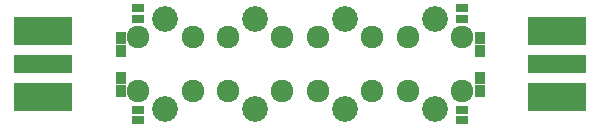
<source format=gbr>
G04 #@! TF.FileFunction,Soldermask,Top*
%FSLAX46Y46*%
G04 Gerber Fmt 4.6, Leading zero omitted, Abs format (unit mm)*
G04 Created by KiCad (PCBNEW 4.0.6) date 09/27/17 20:09:39*
%MOMM*%
%LPD*%
G01*
G04 APERTURE LIST*
%ADD10C,0.100000*%
%ADD11R,0.900000X1.000000*%
%ADD12R,4.900000X2.400000*%
%ADD13R,4.900000X1.600000*%
%ADD14C,2.178000*%
%ADD15C,1.924000*%
%ADD16R,1.000000X0.800000*%
G04 APERTURE END LIST*
D10*
D11*
X144700000Y-103850000D03*
X144700000Y-102750000D03*
X175100000Y-106150000D03*
X175100000Y-107250000D03*
X144700000Y-107250000D03*
X144700000Y-106150000D03*
X175100000Y-102750000D03*
X175100000Y-103850000D03*
D12*
X138150000Y-107770000D03*
X138150000Y-102230000D03*
X138150000Y-107770000D03*
X138150000Y-102230000D03*
D13*
X138150000Y-105000000D03*
D12*
X181650000Y-102230000D03*
X181650000Y-107770000D03*
X181650000Y-102230000D03*
X181650000Y-107770000D03*
D13*
X181650000Y-105000000D03*
D14*
X148501100Y-108803600D03*
D15*
X173601100Y-102703600D03*
X169001100Y-102703600D03*
X166001100Y-102703600D03*
X161401100Y-102703600D03*
X158401100Y-102703600D03*
X153801100Y-102703600D03*
X150801100Y-102703600D03*
X146201100Y-102703600D03*
X146201100Y-107303600D03*
X150801100Y-107303600D03*
X153801100Y-107303600D03*
X158401100Y-107303600D03*
X161401100Y-107303600D03*
X166001100Y-107303600D03*
X169001100Y-107303600D03*
X173601100Y-107303600D03*
D14*
X156101100Y-108803600D03*
X163701100Y-108803600D03*
X171301100Y-108803600D03*
X171301100Y-101203600D03*
X163701100Y-101203600D03*
X156101100Y-101203600D03*
X148501100Y-101203600D03*
D16*
X146200000Y-100250000D03*
X146200000Y-101150000D03*
X146200000Y-108850000D03*
X146200000Y-109750000D03*
X173600000Y-109750000D03*
X173600000Y-108850000D03*
X173600000Y-101150000D03*
X173600000Y-100250000D03*
M02*

</source>
